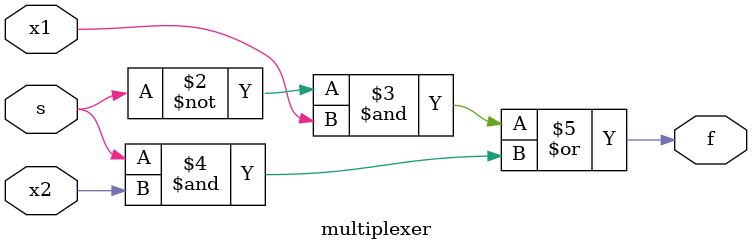
<source format=v>
module multiplexer(x1, x2, s, f);
  input x1, x2, s;
  output f;
  reg f;

  always @*
    f = (~s & x1) | (s & x2);

endmodule

</source>
